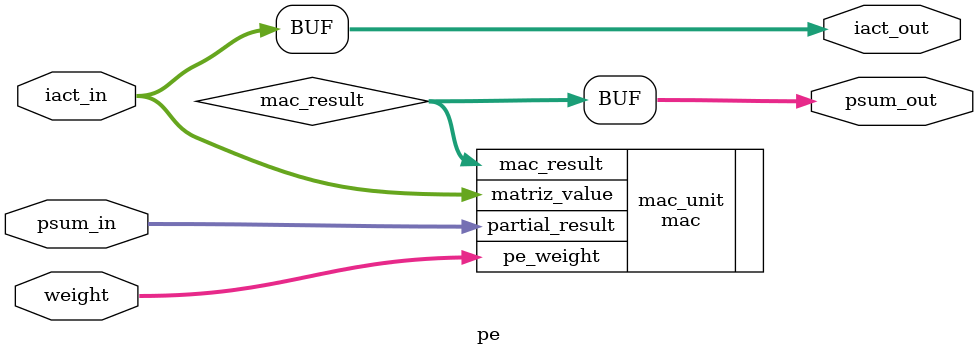
<source format=sv>
module pe (
    input  logic signed [15:0] iact_in,      // valor desde la izquierda
    input  logic signed [15:0] psum_in,      // valor desde arriba
    input  logic signed [15:0] weight,       // peso fijo del PE
    output logic signed [15:0] iact_out,     // reenviado hacia la derecha
    output logic signed [15:0] psum_out      // salida hacia abajo
);

    logic signed [15:0] mac_result;

    // Instanciar MAC
    mac mac_unit (
        .matriz_value(iact_in),
        .pe_weight(weight),
        .partial_result(psum_in),
        .mac_result(mac_result)
    );

    // Propagar señales de salida
    assign iact_out = iact_in;
    assign psum_out = mac_result;

endmodule

</source>
